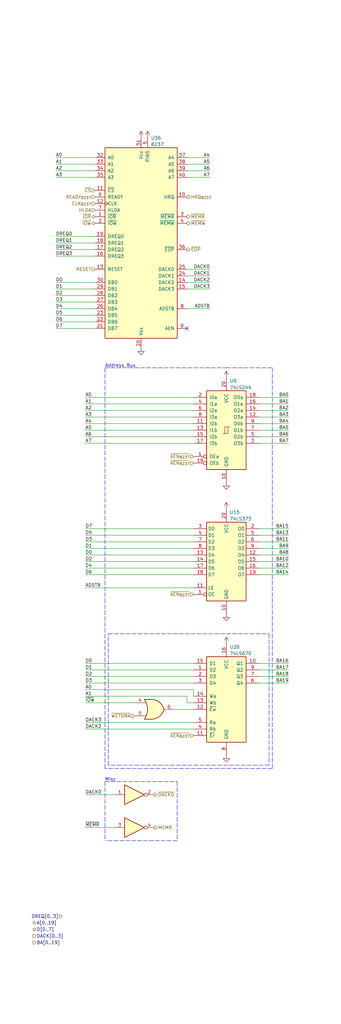
<source format=kicad_sch>
(kicad_sch (version 20211123) (generator eeschema)
  (paper "User" 132.004 396.011)
  (title_block (title "8237 Direct Memory Access"))
  (lib_symbols
    (symbol "74xx:74LS04"
      (property "Reference" "U" (at 0 1.27 0))
      (property "Value" "74LS04" (at 0 -1.27 0))
      (symbol "74LS04_1_0"
        (polyline (pts (xy -3.81 3.81) (xy -3.81 -3.81) (xy 3.81 0) (xy -3.81 3.81)) (stroke (width 0.254)) (fill (type background)))
        (pin input line (at -7.62 0 0) (length 3.81) (name "~") (number "1"))
        (pin output inverted (at 7.62 0 180) (length 3.81) (name "~") (number "2"))
      )
      (symbol "74LS04_2_0"
        (polyline (pts (xy -3.81 3.81) (xy -3.81 -3.81) (xy 3.81 0) (xy -3.81 3.81)) (stroke (width 0.254)) (fill (type background)))
        (pin input line (at -7.62 0 0) (length 3.81) (name "~") (number "3"))
        (pin output inverted (at 7.62 0 180) (length 3.81) (name "~") (number "4"))
      )
      (symbol "74LS04_3_0"
        (polyline (pts (xy -3.81 3.81) (xy -3.81 -3.81) (xy 3.81 0) (xy -3.81 3.81)) (stroke (width 0.254)) (fill (type background)))
        (pin input line (at -7.62 0 0) (length 3.81) (name "~") (number "5"))
        (pin output inverted (at 7.62 0 180) (length 3.81) (name "~") (number "6"))
      )
      (symbol "74LS04_4_0"
        (polyline (pts (xy -3.81 3.81) (xy -3.81 -3.81) (xy 3.81 0) (xy -3.81 3.81)) (stroke (width 0.254)) (fill (type background)))
        (pin output inverted (at 7.62 0 180) (length 3.81) (name "~") (number "8"))
        (pin input line (at -7.62 0 0) (length 3.81) (name "~") (number "9"))
      )
      (symbol "74LS04_5_0"
        (polyline (pts (xy -3.81 3.81) (xy -3.81 -3.81) (xy 3.81 0) (xy -3.81 3.81)) (stroke (width 0.254)) (fill (type background)))
        (pin output inverted (at 7.62 0 180) (length 3.81) (name "~") (number "10"))
        (pin input line (at -7.62 0 0) (length 3.81) (name "~") (number "11"))
      )
      (symbol "74LS04_6_0"
        (polyline (pts (xy -3.81 3.81) (xy -3.81 -3.81) (xy 3.81 0) (xy -3.81 3.81)) (stroke (width 0.254)) (fill (type background)))
        (pin output inverted (at 7.62 0 180) (length 3.81) (name "~") (number "12"))
        (pin input line (at -7.62 0 0) (length 3.81) (name "~") (number "13"))
      )
      (symbol "74LS04_7_0"
        (pin power_in line (at 0 12.7 270) (length 5.08) (name "VCC") (number "14"))
        (pin power_in line (at 0 -12.7 90) (length 5.08) (name "GND") (number "7"))
      )
      (symbol "74LS04_7_1"
        (rectangle (start -5.08 7.62) (end 5.08 -7.62) (stroke (width 0.254)) (fill (type background)))
      )
    )
    (symbol "74xx:74LS244" (pin_names (offset 1.016))
      (property "Reference" "U" (at -7.62 16.51 0))
      (property "Value" "74LS244" (at -7.62 -16.51 0))
      (symbol "74LS244_1_0"
        (polyline (pts (xy -0.635 -1.27) (xy -0.635 1.27) (xy 0.635 1.27)))
        (polyline (pts (xy -1.27 -1.27) (xy 0.635 -1.27) (xy 0.635 1.27) (xy 1.27 1.27)))
        (pin input inverted (at -12.7 -10.16 0) (length 5.08) (name "OEa") (number "1"))
        (pin power_in line (at 0 -20.32 90) (length 5.08) (name "GND") (number "10"))
        (pin input line (at -12.7 2.54 0) (length 5.08) (name "I0b") (number "11"))
        (pin tri_state line (at 12.7 5.08 180) (length 5.08) (name "O3a") (number "12"))
        (pin input line (at -12.7 0 0) (length 5.08) (name "I1b") (number "13"))
        (pin tri_state line (at 12.7 7.62 180) (length 5.08) (name "O2a") (number "14"))
        (pin input line (at -12.7 -2.54 0) (length 5.08) (name "I2b") (number "15"))
        (pin tri_state line (at 12.7 10.16 180) (length 5.08) (name "O1a") (number "16"))
        (pin input line (at -12.7 -5.08 0) (length 5.08) (name "I3b") (number "17"))
        (pin tri_state line (at 12.7 12.7 180) (length 5.08) (name "O0a") (number "18"))
        (pin input inverted (at -12.7 -12.7 0) (length 5.08) (name "OEb") (number "19"))
        (pin input line (at -12.7 12.7 0) (length 5.08) (name "I0a") (number "2"))
        (pin power_in line (at 0 20.32 270) (length 5.08) (name "VCC") (number "20"))
        (pin tri_state line (at 12.7 -5.08 180) (length 5.08) (name "O3b") (number "3"))
        (pin input line (at -12.7 10.16 0) (length 5.08) (name "I1a") (number "4"))
        (pin tri_state line (at 12.7 -2.54 180) (length 5.08) (name "O2b") (number "5"))
        (pin input line (at -12.7 7.62 0) (length 5.08) (name "I2a") (number "6"))
        (pin tri_state line (at 12.7 0 180) (length 5.08) (name "O1b") (number "7"))
        (pin input line (at -12.7 5.08 0) (length 5.08) (name "I3a") (number "8"))
        (pin tri_state line (at 12.7 2.54 180) (length 5.08) (name "O0b") (number "9"))
      )
      (symbol "74LS244_1_1"
        (rectangle (start -7.62 15.24) (end 7.62 -15.24) (stroke (width 0.254)) (fill (type background)))
      )
    )
    (symbol "74xx:74LS32" (pin_names (offset 1.016))
      (property "Reference" "U" (at 0 1.27 0))
      (property "Value" "74LS32" (at 0 -1.27 0))
      (symbol "74LS32_1_1"
        (arc (start -3.81 -3.81) (mid -2.589 0) (end -3.81 3.81) (stroke (width 0.254)))
        (arc (start -0.6096 -3.81) (mid 2.1842 -2.5851) (end 3.81 0) (stroke (width 0.254)) (fill (type background)))
        (polyline (pts (xy -3.81 -3.81) (xy -0.635 -3.81)) (stroke (width 0.254)) (fill (type background)))
        (polyline (pts (xy -3.81 3.81) (xy -0.635 3.81)) (stroke (width 0.254)) (fill (type background)))
        (polyline (pts (xy -0.635 3.81) (xy -3.81 3.81) (xy -3.81 3.81) (xy -3.556 3.4036) (xy -3.0226 2.2606) (xy -2.6924 1.0414) (xy -2.6162 -0.254) (xy -2.7686 -1.4986) (xy -3.175 -2.7178) (xy -3.81 -3.81) (xy -3.81 -3.81) (xy -0.635 -3.81)) (stroke (width -25.4)) (fill (type background)))
        (arc (start 3.81 0) (mid 2.1915 2.5936) (end -0.6096 3.81) (stroke (width 0.254)) (fill (type background)))
        (pin input line (at -7.62 2.54 0) (length 4.318) (name "~") (number "1"))
        (pin input line (at -7.62 -2.54 0) (length 4.318) (name "~") (number "2"))
        (pin output line (at 7.62 0 180) (length 3.81) (name "~") (number "3"))
      )
      (symbol "74LS32_1_2"
        (arc (start 0 -3.81) (mid 3.81 0) (end 0 3.81) (stroke (width 0.254)) (fill (type background)))
        (polyline (pts (xy 0 3.81) (xy -3.81 3.81) (xy -3.81 -3.81) (xy 0 -3.81)) (stroke (width 0.254)) (fill (type background)))
        (pin input inverted (at -7.62 2.54 0) (length 3.81) (name "~") (number "1"))
        (pin input inverted (at -7.62 -2.54 0) (length 3.81) (name "~") (number "2"))
        (pin output inverted (at 7.62 0 180) (length 3.81) (name "~") (number "3"))
      )
      (symbol "74LS32_2_1"
        (arc (start -3.81 -3.81) (mid -2.589 0) (end -3.81 3.81) (stroke (width 0.254)))
        (arc (start -0.6096 -3.81) (mid 2.1842 -2.5851) (end 3.81 0) (stroke (width 0.254)) (fill (type background)))
        (polyline (pts (xy -3.81 -3.81) (xy -0.635 -3.81)) (stroke (width 0.254)) (fill (type background)))
        (polyline (pts (xy -3.81 3.81) (xy -0.635 3.81)) (stroke (width 0.254)) (fill (type background)))
        (polyline (pts (xy -0.635 3.81) (xy -3.81 3.81) (xy -3.81 3.81) (xy -3.556 3.4036) (xy -3.0226 2.2606) (xy -2.6924 1.0414) (xy -2.6162 -0.254) (xy -2.7686 -1.4986) (xy -3.175 -2.7178) (xy -3.81 -3.81) (xy -3.81 -3.81) (xy -0.635 -3.81)) (stroke (width -25.4)) (fill (type background)))
        (arc (start 3.81 0) (mid 2.1915 2.5936) (end -0.6096 3.81) (stroke (width 0.254)) (fill (type background)))
        (pin input line (at -7.62 2.54 0) (length 4.318) (name "~") (number "4"))
        (pin input line (at -7.62 -2.54 0) (length 4.318) (name "~") (number "5"))
        (pin output line (at 7.62 0 180) (length 3.81) (name "~") (number "6"))
      )
      (symbol "74LS32_2_2"
        (arc (start 0 -3.81) (mid 3.81 0) (end 0 3.81) (stroke (width 0.254)) (fill (type background)))
        (polyline (pts (xy 0 3.81) (xy -3.81 3.81) (xy -3.81 -3.81) (xy 0 -3.81)) (stroke (width 0.254)) (fill (type background)))
        (pin input inverted (at -7.62 2.54 0) (length 3.81) (name "~") (number "4"))
        (pin input inverted (at -7.62 -2.54 0) (length 3.81) (name "~") (number "5"))
        (pin output inverted (at 7.62 0 180) (length 3.81) (name "~") (number "6"))
      )
      (symbol "74LS32_3_1"
        (arc (start -3.81 -3.81) (mid -2.589 0) (end -3.81 3.81) (stroke (width 0.254)))
        (arc (start -0.6096 -3.81) (mid 2.1842 -2.5851) (end 3.81 0) (stroke (width 0.254)) (fill (type background)))
        (polyline (pts (xy -3.81 -3.81) (xy -0.635 -3.81)) (stroke (width 0.254)) (fill (type background)))
        (polyline (pts (xy -3.81 3.81) (xy -0.635 3.81)) (stroke (width 0.254)) (fill (type background)))
        (polyline (pts (xy -0.635 3.81) (xy -3.81 3.81) (xy -3.81 3.81) (xy -3.556 3.4036) (xy -3.0226 2.2606) (xy -2.6924 1.0414) (xy -2.6162 -0.254) (xy -2.7686 -1.4986) (xy -3.175 -2.7178) (xy -3.81 -3.81) (xy -3.81 -3.81) (xy -0.635 -3.81)) (stroke (width -25.4)) (fill (type background)))
        (arc (start 3.81 0) (mid 2.1915 2.5936) (end -0.6096 3.81) (stroke (width 0.254)) (fill (type background)))
        (pin input line (at -7.62 -2.54 0) (length 4.318) (name "~") (number "10"))
        (pin output line (at 7.62 0 180) (length 3.81) (name "~") (number "8"))
        (pin input line (at -7.62 2.54 0) (length 4.318) (name "~") (number "9"))
      )
      (symbol "74LS32_3_2"
        (arc (start 0 -3.81) (mid 3.81 0) (end 0 3.81) (stroke (width 0.254)) (fill (type background)))
        (polyline (pts (xy 0 3.81) (xy -3.81 3.81) (xy -3.81 -3.81) (xy 0 -3.81)) (stroke (width 0.254)) (fill (type background)))
        (pin input inverted (at -7.62 -2.54 0) (length 3.81) (name "~") (number "10"))
        (pin output inverted (at 7.62 0 180) (length 3.81) (name "~") (number "8"))
        (pin input inverted (at -7.62 2.54 0) (length 3.81) (name "~") (number "9"))
      )
      (symbol "74LS32_4_1"
        (arc (start -3.81 -3.81) (mid -2.589 0) (end -3.81 3.81) (stroke (width 0.254)))
        (arc (start -0.6096 -3.81) (mid 2.1842 -2.5851) (end 3.81 0) (stroke (width 0.254)) (fill (type background)))
        (polyline (pts (xy -3.81 -3.81) (xy -0.635 -3.81)) (stroke (width 0.254)) (fill (type background)))
        (polyline (pts (xy -3.81 3.81) (xy -0.635 3.81)) (stroke (width 0.254)) (fill (type background)))
        (polyline (pts (xy -0.635 3.81) (xy -3.81 3.81) (xy -3.81 3.81) (xy -3.556 3.4036) (xy -3.0226 2.2606) (xy -2.6924 1.0414) (xy -2.6162 -0.254) (xy -2.7686 -1.4986) (xy -3.175 -2.7178) (xy -3.81 -3.81) (xy -3.81 -3.81) (xy -0.635 -3.81)) (stroke (width -25.4)) (fill (type background)))
        (arc (start 3.81 0) (mid 2.1915 2.5936) (end -0.6096 3.81) (stroke (width 0.254)) (fill (type background)))
        (pin output line (at 7.62 0 180) (length 3.81) (name "~") (number "11"))
        (pin input line (at -7.62 2.54 0) (length 4.318) (name "~") (number "12"))
        (pin input line (at -7.62 -2.54 0) (length 4.318) (name "~") (number "13"))
      )
      (symbol "74LS32_4_2"
        (arc (start 0 -3.81) (mid 3.81 0) (end 0 3.81) (stroke (width 0.254)) (fill (type background)))
        (polyline (pts (xy 0 3.81) (xy -3.81 3.81) (xy -3.81 -3.81) (xy 0 -3.81)) (stroke (width 0.254)) (fill (type background)))
        (pin output inverted (at 7.62 0 180) (length 3.81) (name "~") (number "11"))
        (pin input inverted (at -7.62 2.54 0) (length 3.81) (name "~") (number "12"))
        (pin input inverted (at -7.62 -2.54 0) (length 3.81) (name "~") (number "13"))
      )
      (symbol "74LS32_5_0"
        (pin power_in line (at 0 12.7 270) (length 5.08) (name "VCC") (number "14"))
        (pin power_in line (at 0 -12.7 90) (length 5.08) (name "GND") (number "7"))
      )
      (symbol "74LS32_5_1"
        (rectangle (start -5.08 7.62) (end 5.08 -7.62) (stroke (width 0.254)) (fill (type background)))
      )
    )
    (symbol "74xx:74LS373"
      (property "Reference" "U" (at -7.62 16.51 0))
      (property "Value" "74LS373" (at -7.62 -16.51 0))
      (symbol "74LS373_1_0"
        (pin input inverted (at -12.7 -12.7 0) (length 5.08) (name "OE") (number "1"))
        (pin power_in line (at 0 -20.32 90) (length 5.08) (name "GND") (number "10"))
        (pin input line (at -12.7 -10.16 0) (length 5.08) (name "LE") (number "11"))
        (pin tri_state line (at 12.7 2.54 180) (length 5.08) (name "O4") (number "12"))
        (pin input line (at -12.7 2.54 0) (length 5.08) (name "D4") (number "13"))
        (pin input line (at -12.7 0 0) (length 5.08) (name "D5") (number "14"))
        (pin tri_state line (at 12.7 0 180) (length 5.08) (name "O5") (number "15"))
        (pin tri_state line (at 12.7 -2.54 180) (length 5.08) (name "O6") (number "16"))
        (pin input line (at -12.7 -2.54 0) (length 5.08) (name "D6") (number "17"))
        (pin input line (at -12.7 -5.08 0) (length 5.08) (name "D7") (number "18"))
        (pin tri_state line (at 12.7 -5.08 180) (length 5.08) (name "O7") (number "19"))
        (pin tri_state line (at 12.7 12.7 180) (length 5.08) (name "O0") (number "2"))
        (pin power_in line (at 0 20.32 270) (length 5.08) (name "VCC") (number "20"))
        (pin input line (at -12.7 12.7 0) (length 5.08) (name "D0") (number "3"))
        (pin input line (at -12.7 10.16 0) (length 5.08) (name "D1") (number "4"))
        (pin tri_state line (at 12.7 10.16 180) (length 5.08) (name "O1") (number "5"))
        (pin tri_state line (at 12.7 7.62 180) (length 5.08) (name "O2") (number "6"))
        (pin input line (at -12.7 7.62 0) (length 5.08) (name "D2") (number "7"))
        (pin input line (at -12.7 5.08 0) (length 5.08) (name "D3") (number "8"))
        (pin tri_state line (at 12.7 5.08 180) (length 5.08) (name "O3") (number "9"))
      )
      (symbol "74LS373_1_1"
        (rectangle (start -7.62 15.24) (end 7.62 -15.24) (stroke (width 0.254)) (fill (type background)))
      )
    )
    (symbol "74xx:74LS670" (pin_names (offset 1.016))
      (property "Reference" "U" (at -7.62 16.51 0))
      (property "Value" "74LS670" (at -7.62 -19.05 0))
      (symbol "74LS670_1_0"
        (pin input line (at -12.7 10.16 0) (length 5.08) (name "D2") (number "1"))
        (pin tri_state line (at 12.7 12.7 180) (length 5.08) (name "Q1") (number "10"))
        (pin input line (at -12.7 -15.24 0) (length 5.08) (name "~{Er}") (number "11"))
        (pin input line (at -12.7 -5.08 0) (length 5.08) (name "~{Ew}") (number "12"))
        (pin input line (at -12.7 -2.54 0) (length 5.08) (name "Wb") (number "13"))
        (pin input line (at -12.7 0 0) (length 5.08) (name "Wa") (number "14"))
        (pin input line (at -12.7 12.7 0) (length 5.08) (name "D1") (number "15"))
        (pin power_in line (at 0 20.32 270) (length 5.08) (name "VCC") (number "16"))
        (pin input line (at -12.7 7.62 0) (length 5.08) (name "D3") (number "2"))
        (pin input line (at -12.7 5.08 0) (length 5.08) (name "D4") (number "3"))
        (pin input line (at -12.7 -12.7 0) (length 5.08) (name "Rb") (number "4"))
        (pin input line (at -12.7 -10.16 0) (length 5.08) (name "Ra") (number "5"))
        (pin tri_state line (at 12.7 5.08 180) (length 5.08) (name "Q4") (number "6"))
        (pin tri_state line (at 12.7 7.62 180) (length 5.08) (name "Q3") (number "7"))
        (pin power_in line (at 0 -22.86 90) (length 5.08) (name "GND") (number "8"))
        (pin tri_state line (at 12.7 10.16 180) (length 5.08) (name "Q2") (number "9"))
      )
      (symbol "74LS670_1_1"
        (rectangle (start -7.62 15.24) (end 7.62 -17.78) (stroke (width 0.254)) (fill (type background)))
      )
    )
    (symbol "Interface:8237" (pin_names (offset 1.016))
      (property "Reference" "U" (at -13.97 38.1 0))
      (property "Value" "8237" (at 8.89 38.1 0))
      (symbol "8237_1_1"
        (rectangle (start -13.97 -36.83) (end 13.97 36.83) (stroke (width 0.254)) (fill (type background)))
        (pin bidirectional line (at -17.78 10.16 0) (length 3.81) (name "~{IOR}") (number "1"))
        (pin output line (at 17.78 17.78 180) (length 3.81) (name "HRQ") (number "10"))
        (pin input line (at -17.78 20.32 0) (length 3.81) (name "~{CS}") (number "11"))
        (pin input clock (at -17.78 15.24 0) (length 3.81) (name "CLK") (number "12"))
        (pin input line (at -17.78 -10.16 0) (length 3.81) (name "RESET") (number "13"))
        (pin output line (at 17.78 -15.24 180) (length 3.81) (name "DACK2") (number "14"))
        (pin output line (at 17.78 -17.78 180) (length 3.81) (name "DACK3") (number "15"))
        (pin input line (at -17.78 -5.08 0) (length 3.81) (name "DREQ3") (number "16"))
        (pin input line (at -17.78 -2.54 0) (length 3.81) (name "DREQ2") (number "17"))
        (pin input line (at -17.78 0 0) (length 3.81) (name "DREQ1") (number "18"))
        (pin input line (at -17.78 2.54 0) (length 3.81) (name "DREQ0") (number "19"))
        (pin bidirectional line (at -17.78 7.62 0) (length 3.81) (name "~{IOW}") (number "2"))
        (pin power_in line (at 0 -40.64 90) (length 3.81) (name "Vss") (number "20"))
        (pin bidirectional line (at -17.78 -33.02 0) (length 3.81) (name "DB7") (number "21"))
        (pin bidirectional line (at -17.78 -30.48 0) (length 3.81) (name "DB6") (number "22"))
        (pin bidirectional line (at -17.78 -27.94 0) (length 3.81) (name "DB5") (number "23"))
        (pin output line (at 17.78 -12.7 180) (length 3.81) (name "DACK1") (number "24"))
        (pin output line (at 17.78 -10.16 180) (length 3.81) (name "DACK0") (number "25"))
        (pin bidirectional line (at -17.78 -25.4 0) (length 3.81) (name "DB4") (number "26"))
        (pin bidirectional line (at -17.78 -22.86 0) (length 3.81) (name "DB3") (number "27"))
        (pin bidirectional line (at -17.78 -20.32 0) (length 3.81) (name "DB2") (number "28"))
        (pin bidirectional line (at -17.78 -17.78 0) (length 3.81) (name "DB1") (number "29"))
        (pin tri_state line (at 17.78 10.16 180) (length 3.81) (name "~{MEMR}") (number "3"))
        (pin bidirectional line (at -17.78 -15.24 0) (length 3.81) (name "DB0") (number "30"))
        (pin power_in line (at 0 40.64 270) (length 3.81) (name "Vcc") (number "31"))
        (pin bidirectional line (at -17.78 33.02 0) (length 3.81) (name "A0") (number "32"))
        (pin bidirectional line (at -17.78 30.48 0) (length 3.81) (name "A1") (number "33"))
        (pin bidirectional line (at -17.78 27.94 0) (length 3.81) (name "A2") (number "34"))
        (pin bidirectional line (at -17.78 25.4 0) (length 3.81) (name "A3") (number "35"))
        (pin bidirectional line (at 17.78 -2.54 180) (length 3.81) (name "~{EOP}") (number "36"))
        (pin tri_state line (at 17.78 33.02 180) (length 3.81) (name "A4") (number "37"))
        (pin tri_state line (at 17.78 30.48 180) (length 3.81) (name "A5") (number "38"))
        (pin tri_state line (at 17.78 27.94 180) (length 3.81) (name "A6") (number "39"))
        (pin tri_state line (at 17.78 7.62 180) (length 3.81) (name "~{MEMW}") (number "4"))
        (pin tri_state line (at 17.78 25.4 180) (length 3.81) (name "A7") (number "40"))
        (pin input line (at 2.54 40.64 270) (length 3.81) (name "PIN5") (number "5"))
        (pin input line (at -17.78 17.78 0) (length 3.81) (name "READY") (number "6"))
        (pin input line (at -17.78 12.7 0) (length 3.81) (name "HLDA") (number "7"))
        (pin output line (at 17.78 -25.4 180) (length 3.81) (name "ADSTB") (number "8"))
        (pin output line (at 17.78 -33.02 180) (length 3.81) (name "AEN") (number "9"))
      )
    )
    (symbol "power:GND" (power) (pin_names (offset 0))
      (property "Value" "GND" (at 0 -3.81 0))
      (symbol "GND_0_1"
        (polyline (pts (xy 0 0) (xy 0 -1.27) (xy 1.27 -1.27) (xy 0 -2.54) (xy -1.27 -1.27) (xy 0 -1.27)))
      )
      (symbol "GND_1_1"
        (pin power_in line (at 0 0 270) (length 0) hide (name "GND") (number "1"))
      )
    )
    (symbol "power:VCC" (power) (pin_names (offset 0))
      (property "Value" "VCC" (at 0 3.81 0))
      (symbol "VCC_0_1"
        (polyline (pts (xy -0.762 1.27) (xy 0 2.54)))
        (polyline (pts (xy 0 0) (xy 0 2.54)))
        (polyline (pts (xy 0 2.54) (xy 0.762 1.27)))
      )
      (symbol "VCC_1_1"
        (pin power_in line (at 0 0 90) (length 0) hide (name "VCC") (number "1"))
      )
    )
  )
  (no_connect (at 72.39 127))
  (wire (pts (xy 72.39 68.58) (xy 81.28 68.58)))
  (wire (pts (xy 100.33 222.25) (xy 111.76 222.25)))
  (wire (pts (xy 72.39 63.5) (xy 81.28 63.5)))
  (polyline (pts (xy 41.91 295.91) (xy 41.91 245.11)))
  (wire (pts (xy 100.33 214.63) (xy 111.76 214.63)))
  (wire (pts (xy 33.02 204.47) (xy 74.93 204.47)))
  (wire (pts (xy 33.02 163.83) (xy 74.93 163.83)))
  (wire (pts (xy 33.02 212.09) (xy 74.93 212.09)))
  (wire (pts (xy 100.33 256.54) (xy 111.76 256.54)))
  (wire (pts (xy 33.02 266.7) (xy 74.93 266.7)))
  (wire (pts (xy 21.59 66.04) (xy 36.83 66.04)))
  (wire (pts (xy 100.33 212.09) (xy 111.76 212.09)))
  (polyline (pts (xy 41.91 245.11) (xy 87.63 245.11)))
  (wire (pts (xy 21.59 127) (xy 36.83 127)))
  (polyline (pts (xy 40.64 297.18) (xy 40.64 142.24)))
  (wire (pts (xy 33.02 222.25) (xy 74.93 222.25)))
  (wire (pts (xy 33.02 166.37) (xy 74.93 166.37)))
  (polyline (pts (xy 68.58 325.12) (xy 40.64 325.12)))
  (wire (pts (xy 74.93 271.78) (xy 72.39 271.78)))
  (wire (pts (xy 72.39 60.96) (xy 81.28 60.96)))
  (wire (pts (xy 100.33 217.17) (xy 111.76 217.17)))
  (wire (pts (xy 100.33 166.37) (xy 111.76 166.37)))
  (wire (pts (xy 33.02 209.55) (xy 74.93 209.55)))
  (wire (pts (xy 33.02 156.21) (xy 74.93 156.21)))
  (wire (pts (xy 21.59 116.84) (xy 36.83 116.84)))
  (wire (pts (xy 33.02 161.29) (xy 74.93 161.29)))
  (wire (pts (xy 100.33 163.83) (xy 111.76 163.83)))
  (polyline (pts (xy 40.64 142.24) (xy 87.63 142.24)))
  (wire (pts (xy 100.33 156.21) (xy 111.76 156.21)))
  (wire (pts (xy 100.33 171.45) (xy 111.76 171.45)))
  (wire (pts (xy 33.02 227.33) (xy 74.93 227.33)))
  (wire (pts (xy 21.59 121.92) (xy 36.83 121.92)))
  (wire (pts (xy 21.59 68.58) (xy 36.83 68.58)))
  (wire (pts (xy 21.59 124.46) (xy 36.83 124.46)))
  (wire (pts (xy 21.59 63.5) (xy 36.83 63.5)))
  (wire (pts (xy 100.33 153.67) (xy 111.76 153.67)))
  (wire (pts (xy 33.02 279.4) (xy 74.93 279.4)))
  (wire (pts (xy 100.33 219.71) (xy 111.76 219.71)))
  (wire (pts (xy 33.02 256.54) (xy 74.93 256.54)))
  (wire (pts (xy 72.39 106.68) (xy 81.28 106.68)))
  (polyline (pts (xy 40.64 302.26) (xy 68.58 302.26)))
  (wire (pts (xy 33.02 259.08) (xy 74.93 259.08)))
  (wire (pts (xy 33.02 261.62) (xy 74.93 261.62)))
  (wire (pts (xy 33.02 214.63) (xy 74.93 214.63)))
  (wire (pts (xy 21.59 119.38) (xy 36.83 119.38)))
  (polyline (pts (xy 105.41 297.18) (xy 40.64 297.18)))
  (wire (pts (xy 100.33 209.55) (xy 111.76 209.55)))
  (wire (pts (xy 21.59 111.76) (xy 36.83 111.76)))
  (polyline (pts (xy 68.58 302.26) (xy 68.58 325.12)))
  (wire (pts (xy 33.02 271.78) (xy 52.07 271.78)))
  (wire (pts (xy 100.33 158.75) (xy 111.76 158.75)))
  (wire (pts (xy 33.02 217.17) (xy 74.93 217.17)))
  (wire (pts (xy 21.59 109.22) (xy 36.83 109.22)))
  (wire (pts (xy 33.02 153.67) (xy 74.93 153.67)))
  (wire (pts (xy 21.59 93.98) (xy 36.83 93.98)))
  (wire (pts (xy 33.02 171.45) (xy 74.93 171.45)))
  (wire (pts (xy 100.33 207.01) (xy 111.76 207.01)))
  (wire (pts (xy 100.33 204.47) (xy 111.76 204.47)))
  (polyline (pts (xy 104.14 245.11) (xy 104.14 295.91)))
  (wire (pts (xy 21.59 91.44) (xy 36.83 91.44)))
  (wire (pts (xy 21.59 96.52) (xy 36.83 96.52)))
  (wire (pts (xy 72.39 104.14) (xy 81.28 104.14)))
  (wire (pts (xy 21.59 99.06) (xy 36.83 99.06)))
  (polyline (pts (xy 40.64 302.26) (xy 40.64 325.12)))
  (wire (pts (xy 33.02 269.24) (xy 72.39 269.24)))
  (polyline (pts (xy 104.14 295.91) (xy 41.91 295.91)))
  (wire (pts (xy 100.33 161.29) (xy 111.76 161.29)))
  (polyline (pts (xy 87.63 142.24) (xy 105.41 142.24)))
  (wire (pts (xy 100.33 264.16) (xy 111.76 264.16)))
  (wire (pts (xy 67.31 274.32) (xy 74.93 274.32)))
  (wire (pts (xy 33.02 281.94) (xy 74.93 281.94)))
  (polyline (pts (xy 87.63 245.11) (xy 104.14 245.11)))
  (wire (pts (xy 33.02 219.71) (xy 74.93 219.71)))
  (wire (pts (xy 72.39 66.04) (xy 81.28 66.04)))
  (wire (pts (xy 33.02 320.04) (xy 44.45 320.04)))
  (wire (pts (xy 100.33 259.08) (xy 111.76 259.08)))
  (wire (pts (xy 21.59 114.3) (xy 36.83 114.3)))
  (wire (pts (xy 74.93 269.24) (xy 74.93 266.7)))
  (wire (pts (xy 72.39 119.38) (xy 81.28 119.38)))
  (polyline (pts (xy 105.41 142.24) (xy 105.41 297.18)))
  (wire (pts (xy 21.59 60.96) (xy 36.83 60.96)))
  (wire (pts (xy 33.02 264.16) (xy 74.93 264.16)))
  (wire (pts (xy 72.39 109.22) (xy 81.28 109.22)))
  (wire (pts (xy 100.33 261.62) (xy 111.76 261.62)))
  (wire (pts (xy 33.02 307.34) (xy 44.45 307.34)))
  (wire (pts (xy 33.02 207.01) (xy 74.93 207.01)))
  (wire (pts (xy 33.02 158.75) (xy 74.93 158.75)))
  (wire (pts (xy 72.39 111.76) (xy 81.28 111.76)))
  (wire (pts (xy 33.02 168.91) (xy 74.93 168.91)))
  (wire (pts (xy 100.33 168.91) (xy 111.76 168.91)))
  (wire (pts (xy 72.39 271.78) (xy 72.39 269.24)))
  (text "Address Bus" (at 40.64 142.24 0) (effects (font (size 1.27 1.27)) (justify left bottom)))
  (text "Misc" (at 40.64 302.26 0) (effects (font (size 1.27 1.27)) (justify left bottom)))
  (label "D2" (at 21.59 114.3 0))
  (label "A3" (at 33.02 161.29 0))
  (label "A2" (at 33.02 158.75 0))
  (label "BA0" (at 111.76 153.67 180))
  (label "A6" (at 81.28 66.04 180))
  (label "DACK3" (at 33.02 279.4 0))
  (label "D5" (at 33.02 207.01 0))
  (label "D0" (at 21.59 109.22 0))
  (label "A4" (at 81.28 60.96 180))
  (label "A5" (at 81.28 63.5 180))
  (label "A1" (at 33.02 269.24 0))
  (label "DACK2" (at 81.28 109.22 180))
  (label "DREQ0" (at 21.59 91.44 0))
  (label "BA2" (at 111.76 158.75 180))
  (label "BA15" (at 111.76 204.47 180))
  (label "A0" (at 33.02 266.7 0))
  (label "A3" (at 21.59 68.58 0))
  (label "BA18" (at 111.76 261.62 180))
  (label "BA8" (at 111.76 214.63 180))
  (label "DREQ2" (at 21.59 96.52 0))
  (label "BA1" (at 111.76 156.21 180))
  (label "A7" (at 33.02 171.45 0))
  (label "A5" (at 33.02 166.37 0))
  (label "BA7" (at 111.76 171.45 180))
  (label "BA14" (at 111.76 222.25 180))
  (label "A7" (at 81.28 68.58 180))
  (label "A1" (at 33.02 156.21 0))
  (label "D7" (at 33.02 204.47 0))
  (label "BA9" (at 111.76 212.09 180))
  (label "DACK1" (at 81.28 106.68 180))
  (label "BA16" (at 111.76 256.54 180))
  (label "DACK0" (at 81.28 104.14 180))
  (label "~{MEMR}" (at 33.02 320.04 0))
  (label "D3" (at 21.59 116.84 0))
  (label "BA3" (at 111.76 161.29 180))
  (label "D1" (at 21.59 111.76 0))
  (label "BA6" (at 111.76 168.91 180))
  (label "A1" (at 21.59 63.5 0))
  (label "BA5" (at 111.76 166.37 180))
  (label "BA10" (at 111.76 217.17 180))
  (label "DREQ1" (at 21.59 93.98 0))
  (label "D6" (at 33.02 222.25 0))
  (label "D3" (at 33.02 209.55 0))
  (label "D2" (at 33.02 261.62 0))
  (label "BA19" (at 111.76 264.16 180))
  (label "D2" (at 33.02 217.17 0))
  (label "BA4" (at 111.76 163.83 180))
  (label "A4" (at 33.02 163.83 0))
  (label "~{IOW}" (at 33.02 271.78 0))
  (label "D0" (at 33.02 214.63 0))
  (label "D3" (at 33.02 264.16 0))
  (label "D0" (at 33.02 256.54 0))
  (label "D5" (at 21.59 121.92 0))
  (label "DACK3" (at 81.28 111.76 180))
  (label "DACK2" (at 33.02 281.94 0))
  (label "BA12" (at 111.76 219.71 180))
  (label "BA17" (at 111.76 259.08 180))
  (label "A0" (at 21.59 60.96 0))
  (label "D4" (at 33.02 219.71 0))
  (label "ADSTB" (at 33.02 227.33 0))
  (label "A2" (at 21.59 66.04 0))
  (label "ADSTB" (at 81.28 119.38 180))
  (label "D1" (at 33.02 259.08 0))
  (label "DREQ3" (at 21.59 99.06 0))
  (label "D1" (at 33.02 212.09 0))
  (label "D7" (at 21.59 127 0))
  (label "DACK0" (at 33.02 307.34 0))
  (label "BA11" (at 111.76 209.55 180))
  (label "A6" (at 33.02 168.91 0))
  (label "D6" (at 21.59 124.46 0))
  (label "BA13" (at 111.76 207.01 180))
  (label "A0" (at 33.02 153.67 0))
  (label "D4" (at 21.59 119.38 0))
  (hierarchical_label "DACK[0..3]" (shape output) (at 12.7 361.95 0))
  (hierarchical_label "READY_{8237}" (shape input) (at 36.83 76.2 180))
  (hierarchical_label "~{DACK0}" (shape output) (at 59.69 307.34 0))
  (hierarchical_label "~{AEN_{8237}}" (shape input) (at 74.93 229.87 180))
  (hierarchical_label "RESET" (shape input) (at 36.83 104.14 180))
  (hierarchical_label "D[0..7]" (shape bidirectional) (at 12.7 359.41 0))
  (hierarchical_label "~{IOR}" (shape bidirectional) (at 36.83 83.82 180))
  (hierarchical_label "HLDA" (shape input) (at 36.83 81.28 180))
  (hierarchical_label "~{AEN_{8237}}" (shape input) (at 74.93 179.07 180))
  (hierarchical_label "~{MEMW}" (shape output) (at 72.39 86.36 0))
  (hierarchical_label "MEMR" (shape output) (at 59.69 320.04 0))
  (hierarchical_label "~{AEN_{8237}}" (shape input) (at 74.93 284.48 180))
  (hierarchical_label "~{MEMR}" (shape output) (at 72.39 83.82 0))
  (hierarchical_label "HRQ_{8237}" (shape output) (at 72.39 76.2 0))
  (hierarchical_label "DREQ[0..3]" (shape input) (at 24.13 354.33 180))
  (hierarchical_label "A[0..19]" (shape bidirectional) (at 12.7 356.87 0))
  (hierarchical_label "BA[0..19]" (shape output) (at 12.7 364.49 0))
  (hierarchical_label "~{AEN_{8237}}" (shape input) (at 74.93 176.53 180))
  (hierarchical_label "CLK_{8237}" (shape input) (at 36.83 78.74 180))
  (hierarchical_label "~{WETDMA}" (shape input) (at 52.07 276.86 180))
  (hierarchical_label "~{CS}" (shape input) (at 36.83 73.66 180))
  (hierarchical_label "~{IOW}" (shape bidirectional) (at 36.83 86.36 180))
  (hierarchical_label "~{EOP}" (shape output) (at 72.39 96.52 0))
  (symbol (lib_id "74xx:74LS04") (at 52.07 307.34 0) (unit 1)
    (property "Reference" "U67" (effects hide))
    (property "Value" "74LS04" (effects hide))
    (property "Datasheet" "http://www.ti.com/lit/gpn/sn74LS04" (effects hide))
  )
  (symbol (lib_id "power:VCC") (at 87.63 248.92 0) (unit 1)
    (property "Reference" "#PWR?" (effects hide))
    (property "Value" "VCC" (effects hide))
  )
  (symbol (lib_id "power:GND") (at 54.61 134.62 0) (unit 1)
    (property "Reference" "#PWR0312" (effects hide))
    (property "Value" "GND" (effects hide))
  )
  (symbol (lib_id "power:GND") (at 87.63 237.49 0) (unit 1)
    (property "Reference" "#PWR0303" (effects hide))
    (property "Value" "GND" (effects hide))
  )
  (symbol (lib_id "74xx:74LS244") (at 87.63 166.37 0) (unit 1)
    (property "Reference" "U9" (at 88.9 147.32 0) (effects (justify left)))
    (property "Value" "74LS244" (at 88.9 149.86 0) (effects (justify left)))
    (property "Datasheet" "http://www.ti.com/lit/ds/symlink/sn74ls244.pdf" (effects hide))
  )
  (symbol (lib_id "power:VCC") (at 87.63 146.05 0) (unit 1)
    (property "Reference" "#PWR0308" (effects hide))
    (property "Value" "VCC" (effects hide))
  )
  (symbol (lib_id "74xx:74LS32") (at 59.69 274.32 0) (unit 2)
    (property "Reference" "U50" (effects hide))
    (property "Value" "74LS32" (effects hide))
    (property "Datasheet" "http://www.ti.com/lit/gpn/sn74LS32" (effects hide))
  )
  (symbol (lib_id "74xx:74LS670") (at 87.63 269.24 0) (unit 1)
    (property "Reference" "U26" (at 88.9 250.19 0) (effects (justify left)))
    (property "Value" "74LS670" (at 88.9 252.73 0) (effects (justify left)))
    (property "Datasheet" "http://www.ti.com/lit/gpn/sn74LS670" (effects hide))
  )
  (symbol (lib_id "74xx:74LS373") (at 87.63 217.17 0) (unit 1)
    (property "Reference" "U15" (at 88.9 198.12 0) (effects (justify left)))
    (property "Value" "74LS373" (at 88.9 200.66 0) (effects (justify left)))
    (property "Datasheet" "http://www.ti.com/lit/gpn/sn74LS373" (effects hide))
  )
  (symbol (lib_id "power:VCC") (at 87.63 196.85 0) (unit 1)
    (property "Reference" "#PWR0306" (effects hide))
    (property "Value" "VCC" (effects hide))
  )
  (symbol (lib_id "power:VCC") (at 54.61 53.34 0) (unit 1)
    (property "Reference" "#PWR0307" (effects hide))
    (property "Value" "VCC" (effects hide))
  )
  (symbol (lib_id "power:GND") (at 87.63 292.1 0) (unit 1)
    (property "Reference" "#PWR?" (effects hide))
    (property "Value" "GND" (effects hide))
  )
  (symbol (lib_id "power:GND") (at 87.63 186.69 0) (unit 1)
    (property "Reference" "#PWR0302" (effects hide))
    (property "Value" "GND" (effects hide))
  )
  (symbol (lib_id "Interface:8237") (at 54.61 93.98 0) (unit 1)
    (property "Reference" "U36" (at 58.42 53.34 0) (effects (justify left)))
    (property "Value" "8237" (at 58.42 55.88 0) (effects (justify left)))
    (property "Footprint" "Package_DIP:DIP-40_W15.24mm" (effects hide))
    (property "Datasheet" "https://pdos.csail.mit.edu/6.828/2012/readings/hardware/8237A.pdf" (effects hide))
  )
  (symbol (lib_id "power:VCC") (at 57.15 53.34 0) (unit 1)
    (property "Reference" "#PWR0336" (effects hide))
    (property "Value" "VCC" (effects hide))
  )
  (symbol (lib_id "74xx:74LS04") (at 52.07 320.04 0) (unit 2)
    (property "Reference" "U67" (effects hide))
    (property "Value" "74LS04" (effects hide))
    (property "Datasheet" "http://www.ti.com/lit/gpn/sn74LS04" (effects hide))
  )
)
</source>
